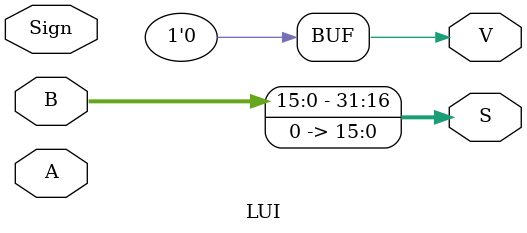
<source format=v>
`timescale 1ns / 1ps

module LUI( A, B, Sign, S, V);

    input [31:0] A;
    input [31:0] B;
    input Sign;

    output reg [31:0] S;
    output reg V;

    always@(*)
    begin
        S = {B[15:0], {16{1'b0}}};
        V = 0;
    end

endmodule

</source>
